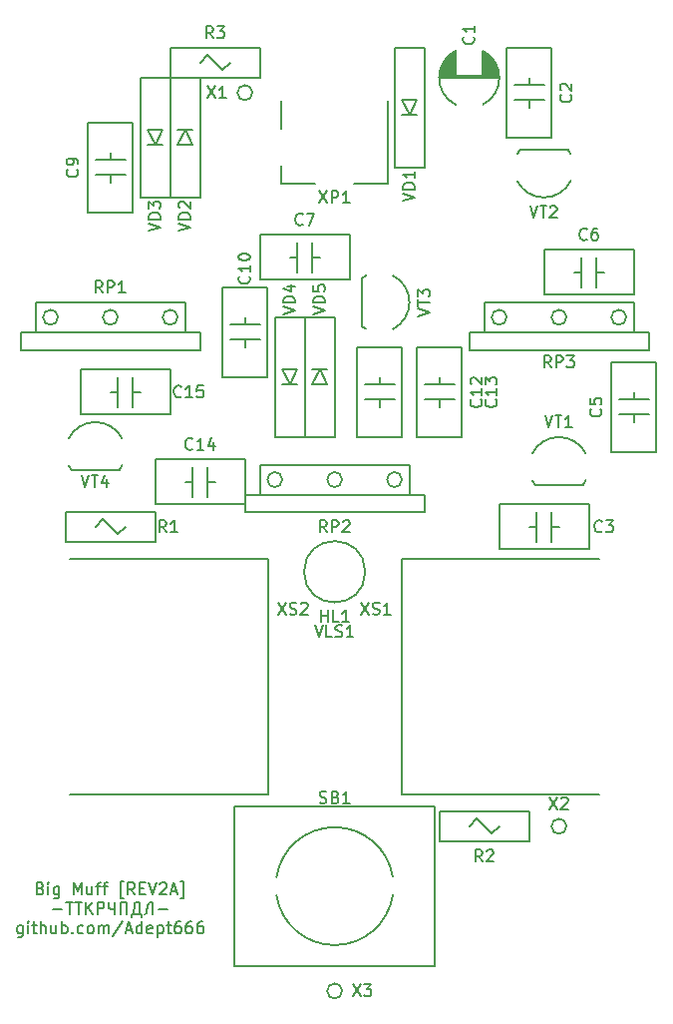
<source format=gbr>
G04 #@! TF.GenerationSoftware,KiCad,Pcbnew,5.1.6-c6e7f7d~87~ubuntu19.10.1*
G04 #@! TF.CreationDate,2022-01-15T23:23:36+06:00*
G04 #@! TF.ProjectId,big_muff_r2a_nyc,6269675f-6d75-4666-965f-7232615f6e79,2A*
G04 #@! TF.SameCoordinates,Original*
G04 #@! TF.FileFunction,Legend,Top*
G04 #@! TF.FilePolarity,Positive*
%FSLAX46Y46*%
G04 Gerber Fmt 4.6, Leading zero omitted, Abs format (unit mm)*
G04 Created by KiCad (PCBNEW 5.1.6-c6e7f7d~87~ubuntu19.10.1) date 2022-01-15 23:23:36*
%MOMM*%
%LPD*%
G01*
G04 APERTURE LIST*
%ADD10C,0.150000*%
%ADD11C,0.200000*%
G04 APERTURE END LIST*
D10*
X80431428Y-167823571D02*
X80574285Y-167871190D01*
X80621904Y-167918809D01*
X80669523Y-168014047D01*
X80669523Y-168156904D01*
X80621904Y-168252142D01*
X80574285Y-168299761D01*
X80479047Y-168347380D01*
X80098095Y-168347380D01*
X80098095Y-167347380D01*
X80431428Y-167347380D01*
X80526666Y-167395000D01*
X80574285Y-167442619D01*
X80621904Y-167537857D01*
X80621904Y-167633095D01*
X80574285Y-167728333D01*
X80526666Y-167775952D01*
X80431428Y-167823571D01*
X80098095Y-167823571D01*
X81098095Y-168347380D02*
X81098095Y-167680714D01*
X81098095Y-167347380D02*
X81050476Y-167395000D01*
X81098095Y-167442619D01*
X81145714Y-167395000D01*
X81098095Y-167347380D01*
X81098095Y-167442619D01*
X82002857Y-167680714D02*
X82002857Y-168490238D01*
X81955238Y-168585476D01*
X81907619Y-168633095D01*
X81812380Y-168680714D01*
X81669523Y-168680714D01*
X81574285Y-168633095D01*
X82002857Y-168299761D02*
X81907619Y-168347380D01*
X81717142Y-168347380D01*
X81621904Y-168299761D01*
X81574285Y-168252142D01*
X81526666Y-168156904D01*
X81526666Y-167871190D01*
X81574285Y-167775952D01*
X81621904Y-167728333D01*
X81717142Y-167680714D01*
X81907619Y-167680714D01*
X82002857Y-167728333D01*
X83240952Y-168347380D02*
X83240952Y-167347380D01*
X83574285Y-168061666D01*
X83907619Y-167347380D01*
X83907619Y-168347380D01*
X84812380Y-167680714D02*
X84812380Y-168347380D01*
X84383809Y-167680714D02*
X84383809Y-168204523D01*
X84431428Y-168299761D01*
X84526666Y-168347380D01*
X84669523Y-168347380D01*
X84764761Y-168299761D01*
X84812380Y-168252142D01*
X85145714Y-167680714D02*
X85526666Y-167680714D01*
X85288571Y-168347380D02*
X85288571Y-167490238D01*
X85336190Y-167395000D01*
X85431428Y-167347380D01*
X85526666Y-167347380D01*
X85717142Y-167680714D02*
X86098095Y-167680714D01*
X85860000Y-168347380D02*
X85860000Y-167490238D01*
X85907619Y-167395000D01*
X86002857Y-167347380D01*
X86098095Y-167347380D01*
X87479047Y-168680714D02*
X87240952Y-168680714D01*
X87240952Y-167252142D01*
X87479047Y-167252142D01*
X88431428Y-168347380D02*
X88098095Y-167871190D01*
X87860000Y-168347380D02*
X87860000Y-167347380D01*
X88240952Y-167347380D01*
X88336190Y-167395000D01*
X88383809Y-167442619D01*
X88431428Y-167537857D01*
X88431428Y-167680714D01*
X88383809Y-167775952D01*
X88336190Y-167823571D01*
X88240952Y-167871190D01*
X87860000Y-167871190D01*
X88860000Y-167823571D02*
X89193333Y-167823571D01*
X89336190Y-168347380D02*
X88860000Y-168347380D01*
X88860000Y-167347380D01*
X89336190Y-167347380D01*
X89621904Y-167347380D02*
X89955238Y-168347380D01*
X90288571Y-167347380D01*
X90574285Y-167442619D02*
X90621904Y-167395000D01*
X90717142Y-167347380D01*
X90955238Y-167347380D01*
X91050476Y-167395000D01*
X91098095Y-167442619D01*
X91145714Y-167537857D01*
X91145714Y-167633095D01*
X91098095Y-167775952D01*
X90526666Y-168347380D01*
X91145714Y-168347380D01*
X91526666Y-168061666D02*
X92002857Y-168061666D01*
X91431428Y-168347380D02*
X91764761Y-167347380D01*
X92098095Y-168347380D01*
X92336190Y-168680714D02*
X92574285Y-168680714D01*
X92574285Y-167252142D01*
X92336190Y-167252142D01*
X81502857Y-169616428D02*
X82264761Y-169616428D01*
X82598095Y-168997380D02*
X83169523Y-168997380D01*
X82883809Y-169997380D02*
X82883809Y-168997380D01*
X83360000Y-168997380D02*
X83931428Y-168997380D01*
X83645714Y-169997380D02*
X83645714Y-168997380D01*
X84264761Y-169997380D02*
X84264761Y-168997380D01*
X84836190Y-169997380D02*
X84407619Y-169425952D01*
X84836190Y-168997380D02*
X84264761Y-169568809D01*
X85264761Y-169997380D02*
X85264761Y-168997380D01*
X85645714Y-168997380D01*
X85740952Y-169045000D01*
X85788571Y-169092619D01*
X85836190Y-169187857D01*
X85836190Y-169330714D01*
X85788571Y-169425952D01*
X85740952Y-169473571D01*
X85645714Y-169521190D01*
X85264761Y-169521190D01*
X86740952Y-168997380D02*
X86740952Y-169997380D01*
X86217142Y-168997380D02*
X86217142Y-169378333D01*
X86264761Y-169473571D01*
X86312380Y-169521190D01*
X86407619Y-169568809D01*
X86740952Y-169568809D01*
X87217142Y-169997380D02*
X87217142Y-168997380D01*
X87788571Y-168997380D01*
X87788571Y-169997380D01*
X89026666Y-170235476D02*
X89026666Y-169997380D01*
X88169523Y-169997380D01*
X88169523Y-170235476D01*
X88836190Y-169997380D02*
X88836190Y-168997380D01*
X88598095Y-168997380D01*
X88502857Y-169045000D01*
X88455238Y-169092619D01*
X88407619Y-169187857D01*
X88312380Y-169997380D01*
X89979047Y-169997380D02*
X89979047Y-168997380D01*
X89836190Y-168997380D01*
X89693333Y-169045000D01*
X89598095Y-169140238D01*
X89550476Y-169283095D01*
X89455238Y-169854523D01*
X89407619Y-169949761D01*
X89312380Y-169997380D01*
X89264761Y-169997380D01*
X90455238Y-169616428D02*
X91217142Y-169616428D01*
X78907619Y-170980714D02*
X78907619Y-171790238D01*
X78860000Y-171885476D01*
X78812380Y-171933095D01*
X78717142Y-171980714D01*
X78574285Y-171980714D01*
X78479047Y-171933095D01*
X78907619Y-171599761D02*
X78812380Y-171647380D01*
X78621904Y-171647380D01*
X78526666Y-171599761D01*
X78479047Y-171552142D01*
X78431428Y-171456904D01*
X78431428Y-171171190D01*
X78479047Y-171075952D01*
X78526666Y-171028333D01*
X78621904Y-170980714D01*
X78812380Y-170980714D01*
X78907619Y-171028333D01*
X79383809Y-171647380D02*
X79383809Y-170980714D01*
X79383809Y-170647380D02*
X79336190Y-170695000D01*
X79383809Y-170742619D01*
X79431428Y-170695000D01*
X79383809Y-170647380D01*
X79383809Y-170742619D01*
X79717142Y-170980714D02*
X80098095Y-170980714D01*
X79860000Y-170647380D02*
X79860000Y-171504523D01*
X79907619Y-171599761D01*
X80002857Y-171647380D01*
X80098095Y-171647380D01*
X80431428Y-171647380D02*
X80431428Y-170647380D01*
X80860000Y-171647380D02*
X80860000Y-171123571D01*
X80812380Y-171028333D01*
X80717142Y-170980714D01*
X80574285Y-170980714D01*
X80479047Y-171028333D01*
X80431428Y-171075952D01*
X81764761Y-170980714D02*
X81764761Y-171647380D01*
X81336190Y-170980714D02*
X81336190Y-171504523D01*
X81383809Y-171599761D01*
X81479047Y-171647380D01*
X81621904Y-171647380D01*
X81717142Y-171599761D01*
X81764761Y-171552142D01*
X82240952Y-171647380D02*
X82240952Y-170647380D01*
X82240952Y-171028333D02*
X82336190Y-170980714D01*
X82526666Y-170980714D01*
X82621904Y-171028333D01*
X82669523Y-171075952D01*
X82717142Y-171171190D01*
X82717142Y-171456904D01*
X82669523Y-171552142D01*
X82621904Y-171599761D01*
X82526666Y-171647380D01*
X82336190Y-171647380D01*
X82240952Y-171599761D01*
X83145714Y-171552142D02*
X83193333Y-171599761D01*
X83145714Y-171647380D01*
X83098095Y-171599761D01*
X83145714Y-171552142D01*
X83145714Y-171647380D01*
X84050476Y-171599761D02*
X83955238Y-171647380D01*
X83764761Y-171647380D01*
X83669523Y-171599761D01*
X83621904Y-171552142D01*
X83574285Y-171456904D01*
X83574285Y-171171190D01*
X83621904Y-171075952D01*
X83669523Y-171028333D01*
X83764761Y-170980714D01*
X83955238Y-170980714D01*
X84050476Y-171028333D01*
X84621904Y-171647380D02*
X84526666Y-171599761D01*
X84479047Y-171552142D01*
X84431428Y-171456904D01*
X84431428Y-171171190D01*
X84479047Y-171075952D01*
X84526666Y-171028333D01*
X84621904Y-170980714D01*
X84764761Y-170980714D01*
X84860000Y-171028333D01*
X84907619Y-171075952D01*
X84955238Y-171171190D01*
X84955238Y-171456904D01*
X84907619Y-171552142D01*
X84860000Y-171599761D01*
X84764761Y-171647380D01*
X84621904Y-171647380D01*
X85383809Y-171647380D02*
X85383809Y-170980714D01*
X85383809Y-171075952D02*
X85431428Y-171028333D01*
X85526666Y-170980714D01*
X85669523Y-170980714D01*
X85764761Y-171028333D01*
X85812380Y-171123571D01*
X85812380Y-171647380D01*
X85812380Y-171123571D02*
X85860000Y-171028333D01*
X85955238Y-170980714D01*
X86098095Y-170980714D01*
X86193333Y-171028333D01*
X86240952Y-171123571D01*
X86240952Y-171647380D01*
X87431428Y-170599761D02*
X86574285Y-171885476D01*
X87717142Y-171361666D02*
X88193333Y-171361666D01*
X87621904Y-171647380D02*
X87955238Y-170647380D01*
X88288571Y-171647380D01*
X89050476Y-171647380D02*
X89050476Y-170647380D01*
X89050476Y-171599761D02*
X88955238Y-171647380D01*
X88764761Y-171647380D01*
X88669523Y-171599761D01*
X88621904Y-171552142D01*
X88574285Y-171456904D01*
X88574285Y-171171190D01*
X88621904Y-171075952D01*
X88669523Y-171028333D01*
X88764761Y-170980714D01*
X88955238Y-170980714D01*
X89050476Y-171028333D01*
X89907619Y-171599761D02*
X89812380Y-171647380D01*
X89621904Y-171647380D01*
X89526666Y-171599761D01*
X89479047Y-171504523D01*
X89479047Y-171123571D01*
X89526666Y-171028333D01*
X89621904Y-170980714D01*
X89812380Y-170980714D01*
X89907619Y-171028333D01*
X89955238Y-171123571D01*
X89955238Y-171218809D01*
X89479047Y-171314047D01*
X90383809Y-170980714D02*
X90383809Y-171980714D01*
X90383809Y-171028333D02*
X90479047Y-170980714D01*
X90669523Y-170980714D01*
X90764761Y-171028333D01*
X90812380Y-171075952D01*
X90860000Y-171171190D01*
X90860000Y-171456904D01*
X90812380Y-171552142D01*
X90764761Y-171599761D01*
X90669523Y-171647380D01*
X90479047Y-171647380D01*
X90383809Y-171599761D01*
X91145714Y-170980714D02*
X91526666Y-170980714D01*
X91288571Y-170647380D02*
X91288571Y-171504523D01*
X91336190Y-171599761D01*
X91431428Y-171647380D01*
X91526666Y-171647380D01*
X92288571Y-170647380D02*
X92098095Y-170647380D01*
X92002857Y-170695000D01*
X91955238Y-170742619D01*
X91860000Y-170885476D01*
X91812380Y-171075952D01*
X91812380Y-171456904D01*
X91860000Y-171552142D01*
X91907619Y-171599761D01*
X92002857Y-171647380D01*
X92193333Y-171647380D01*
X92288571Y-171599761D01*
X92336190Y-171552142D01*
X92383809Y-171456904D01*
X92383809Y-171218809D01*
X92336190Y-171123571D01*
X92288571Y-171075952D01*
X92193333Y-171028333D01*
X92002857Y-171028333D01*
X91907619Y-171075952D01*
X91860000Y-171123571D01*
X91812380Y-171218809D01*
X93240952Y-170647380D02*
X93050476Y-170647380D01*
X92955238Y-170695000D01*
X92907619Y-170742619D01*
X92812380Y-170885476D01*
X92764761Y-171075952D01*
X92764761Y-171456904D01*
X92812380Y-171552142D01*
X92860000Y-171599761D01*
X92955238Y-171647380D01*
X93145714Y-171647380D01*
X93240952Y-171599761D01*
X93288571Y-171552142D01*
X93336190Y-171456904D01*
X93336190Y-171218809D01*
X93288571Y-171123571D01*
X93240952Y-171075952D01*
X93145714Y-171028333D01*
X92955238Y-171028333D01*
X92860000Y-171075952D01*
X92812380Y-171123571D01*
X92764761Y-171218809D01*
X94193333Y-170647380D02*
X94002857Y-170647380D01*
X93907619Y-170695000D01*
X93860000Y-170742619D01*
X93764761Y-170885476D01*
X93717142Y-171075952D01*
X93717142Y-171456904D01*
X93764761Y-171552142D01*
X93812380Y-171599761D01*
X93907619Y-171647380D01*
X94098095Y-171647380D01*
X94193333Y-171599761D01*
X94240952Y-171552142D01*
X94288571Y-171456904D01*
X94288571Y-171218809D01*
X94240952Y-171123571D01*
X94193333Y-171075952D01*
X94098095Y-171028333D01*
X93907619Y-171028333D01*
X93812380Y-171075952D01*
X93764761Y-171123571D01*
X93717142Y-171218809D01*
D11*
X130175000Y-119380000D02*
G75*
G03*
X130175000Y-119380000I-635000J0D01*
G01*
X125095000Y-119380000D02*
G75*
G03*
X125095000Y-119380000I-635000J0D01*
G01*
X120015000Y-119380000D02*
G75*
G03*
X120015000Y-119380000I-635000J0D01*
G01*
X132080000Y-120650000D02*
X132080000Y-122150000D01*
X116840000Y-120650000D02*
X116840000Y-122150000D01*
X130810000Y-118110000D02*
X130810000Y-120650000D01*
X118110000Y-118110000D02*
X118110000Y-120650000D01*
X116840000Y-122150000D02*
X132080000Y-122150000D01*
X116840000Y-120650000D02*
X132080000Y-120650000D01*
X118110000Y-118110000D02*
X130810000Y-118110000D01*
X111125000Y-133150000D02*
G75*
G03*
X111125000Y-133150000I-635000J0D01*
G01*
X106045000Y-133150000D02*
G75*
G03*
X106045000Y-133150000I-635000J0D01*
G01*
X100965000Y-133150000D02*
G75*
G03*
X100965000Y-133150000I-635000J0D01*
G01*
X113030000Y-134420000D02*
X113030000Y-135920000D01*
X97790000Y-134420000D02*
X97790000Y-135920000D01*
X111760000Y-131880000D02*
X111760000Y-134420000D01*
X99060000Y-131880000D02*
X99060000Y-134420000D01*
X97790000Y-135920000D02*
X113030000Y-135920000D01*
X97790000Y-134420000D02*
X113030000Y-134420000D01*
X99060000Y-131880000D02*
X111760000Y-131880000D01*
X92075000Y-119380000D02*
G75*
G03*
X92075000Y-119380000I-635000J0D01*
G01*
X86995000Y-119380000D02*
G75*
G03*
X86995000Y-119380000I-635000J0D01*
G01*
X81915000Y-119380000D02*
G75*
G03*
X81915000Y-119380000I-635000J0D01*
G01*
X93980000Y-120650000D02*
X93980000Y-122150000D01*
X78740000Y-120650000D02*
X78740000Y-122150000D01*
X92710000Y-118110000D02*
X92710000Y-120650000D01*
X80010000Y-118110000D02*
X80010000Y-120650000D01*
X78740000Y-122150000D02*
X93980000Y-122150000D01*
X78740000Y-120650000D02*
X93980000Y-120650000D01*
X80010000Y-118110000D02*
X92710000Y-118110000D01*
X99060000Y-99060000D02*
X91440000Y-99060000D01*
X99060000Y-96520000D02*
X91440000Y-96520000D01*
X99060000Y-99060000D02*
X99060000Y-96520000D01*
X91440000Y-99060000D02*
X91440000Y-96520000D01*
X96520000Y-97790000D02*
X95885000Y-98425000D01*
X95885000Y-98425000D02*
X94615000Y-97155000D01*
X94615000Y-97155000D02*
X93980000Y-97790000D01*
X83058000Y-132334000D02*
X87122000Y-132334000D01*
X82818848Y-129672692D02*
G75*
G02*
X85090000Y-128270000I2271152J-1137308D01*
G01*
X87361152Y-129672692D02*
G75*
G03*
X85090000Y-128270000I-2271152J-1137308D01*
G01*
X87361845Y-131945922D02*
G75*
G02*
X87122000Y-132334000I-2271845J1135922D01*
G01*
X82818251Y-131946115D02*
G75*
G03*
X83058000Y-132334000I2271749J1136115D01*
G01*
X107696000Y-116078000D02*
X107696000Y-120142000D01*
X110357308Y-115838848D02*
G75*
G02*
X111760000Y-118110000I-1137308J-2271152D01*
G01*
X110357308Y-120381152D02*
G75*
G03*
X111760000Y-118110000I-1137308J2271152D01*
G01*
X108084078Y-120381845D02*
G75*
G02*
X107696000Y-120142000I1135922J2271845D01*
G01*
X108083885Y-115838251D02*
G75*
G03*
X107696000Y-116078000I1136115J-2271749D01*
G01*
X125222000Y-105156000D02*
X121158000Y-105156000D01*
X125461152Y-107817308D02*
G75*
G02*
X123190000Y-109220000I-2271152J1137308D01*
G01*
X120918848Y-107817308D02*
G75*
G03*
X123190000Y-109220000I2271152J1137308D01*
G01*
X120918155Y-105544078D02*
G75*
G02*
X121158000Y-105156000I2271845J-1135922D01*
G01*
X125461749Y-105543885D02*
G75*
G03*
X125222000Y-105156000I-2271749J-1136115D01*
G01*
X122428000Y-133604000D02*
X126492000Y-133604000D01*
X122188848Y-130942692D02*
G75*
G02*
X124460000Y-129540000I2271152J-1137308D01*
G01*
X126731152Y-130942692D02*
G75*
G03*
X124460000Y-129540000I-2271152J-1137308D01*
G01*
X126731845Y-133215922D02*
G75*
G02*
X126492000Y-133604000I-2271845J1135922D01*
G01*
X122188251Y-133216115D02*
G75*
G03*
X122428000Y-133604000I2271749J1136115D01*
G01*
X102870000Y-129540000D02*
X102870000Y-119380000D01*
X105410000Y-129540000D02*
X105410000Y-119380000D01*
X102870000Y-129540000D02*
X105410000Y-129540000D01*
X102870000Y-119380000D02*
X105410000Y-119380000D01*
X103505000Y-125095000D02*
X104775000Y-125095000D01*
X103505000Y-125095000D02*
X104140000Y-123825000D01*
X104775000Y-125095000D02*
X104140000Y-123825000D01*
X103505000Y-123825000D02*
X104775000Y-123825000D01*
X102870000Y-119380000D02*
X102870000Y-129540000D01*
X100330000Y-119380000D02*
X100330000Y-129540000D01*
X102870000Y-119380000D02*
X100330000Y-119380000D01*
X102870000Y-129540000D02*
X100330000Y-129540000D01*
X102235000Y-123825000D02*
X100965000Y-123825000D01*
X102235000Y-123825000D02*
X101600000Y-125095000D01*
X100965000Y-123825000D02*
X101600000Y-125095000D01*
X102235000Y-125095000D02*
X100965000Y-125095000D01*
X91440000Y-99060000D02*
X91440000Y-109220000D01*
X88900000Y-99060000D02*
X88900000Y-109220000D01*
X91440000Y-99060000D02*
X88900000Y-99060000D01*
X91440000Y-109220000D02*
X88900000Y-109220000D01*
X90805000Y-103505000D02*
X89535000Y-103505000D01*
X90805000Y-103505000D02*
X90170000Y-104775000D01*
X89535000Y-103505000D02*
X90170000Y-104775000D01*
X90805000Y-104775000D02*
X89535000Y-104775000D01*
X91440000Y-109220000D02*
X91440000Y-99060000D01*
X93980000Y-109220000D02*
X93980000Y-99060000D01*
X91440000Y-109220000D02*
X93980000Y-109220000D01*
X91440000Y-99060000D02*
X93980000Y-99060000D01*
X92075000Y-104775000D02*
X93345000Y-104775000D01*
X92075000Y-104775000D02*
X92710000Y-103505000D01*
X93345000Y-104775000D02*
X92710000Y-103505000D01*
X92075000Y-103505000D02*
X93345000Y-103505000D01*
X83820000Y-123825000D02*
X91440000Y-123825000D01*
X83820000Y-127635000D02*
X91440000Y-127635000D01*
X83820000Y-123825000D02*
X83820000Y-127635000D01*
X91440000Y-123825000D02*
X91440000Y-127635000D01*
X86360000Y-125730000D02*
X86995000Y-125730000D01*
X88265000Y-125730000D02*
X88900000Y-125730000D01*
X86995000Y-124460000D02*
X86995000Y-127000000D01*
X88265000Y-124460000D02*
X88265000Y-127000000D01*
X97790000Y-135255000D02*
X90170000Y-135255000D01*
X97790000Y-131445000D02*
X90170000Y-131445000D01*
X97790000Y-135255000D02*
X97790000Y-131445000D01*
X90170000Y-135255000D02*
X90170000Y-131445000D01*
X95250000Y-133350000D02*
X94615000Y-133350000D01*
X93345000Y-133350000D02*
X92710000Y-133350000D01*
X94615000Y-134620000D02*
X94615000Y-132080000D01*
X93345000Y-134620000D02*
X93345000Y-132080000D01*
X112395000Y-129540000D02*
X112395000Y-121920000D01*
X116205000Y-129540000D02*
X116205000Y-121920000D01*
X112395000Y-129540000D02*
X116205000Y-129540000D01*
X112395000Y-121920000D02*
X116205000Y-121920000D01*
X114300000Y-127000000D02*
X114300000Y-126365000D01*
X114300000Y-125095000D02*
X114300000Y-124460000D01*
X113030000Y-126365000D02*
X115570000Y-126365000D01*
X113030000Y-125095000D02*
X115570000Y-125095000D01*
X111125000Y-121920000D02*
X111125000Y-129540000D01*
X107315000Y-121920000D02*
X107315000Y-129540000D01*
X111125000Y-121920000D02*
X107315000Y-121920000D01*
X111125000Y-129540000D02*
X107315000Y-129540000D01*
X109220000Y-124460000D02*
X109220000Y-125095000D01*
X109220000Y-126365000D02*
X109220000Y-127000000D01*
X110490000Y-125095000D02*
X107950000Y-125095000D01*
X110490000Y-126365000D02*
X107950000Y-126365000D01*
X99695000Y-116840000D02*
X99695000Y-124460000D01*
X95885000Y-116840000D02*
X95885000Y-124460000D01*
X99695000Y-116840000D02*
X95885000Y-116840000D01*
X99695000Y-124460000D02*
X95885000Y-124460000D01*
X97790000Y-119380000D02*
X97790000Y-120015000D01*
X97790000Y-121285000D02*
X97790000Y-121920000D01*
X99060000Y-120015000D02*
X96520000Y-120015000D01*
X99060000Y-121285000D02*
X96520000Y-121285000D01*
X88265000Y-102870000D02*
X88265000Y-110490000D01*
X84455000Y-102870000D02*
X84455000Y-110490000D01*
X88265000Y-102870000D02*
X84455000Y-102870000D01*
X88265000Y-110490000D02*
X84455000Y-110490000D01*
X86360000Y-105410000D02*
X86360000Y-106045000D01*
X86360000Y-107315000D02*
X86360000Y-107950000D01*
X87630000Y-106045000D02*
X85090000Y-106045000D01*
X87630000Y-107315000D02*
X85090000Y-107315000D01*
X106680000Y-116205000D02*
X99060000Y-116205000D01*
X106680000Y-112395000D02*
X99060000Y-112395000D01*
X106680000Y-116205000D02*
X106680000Y-112395000D01*
X99060000Y-116205000D02*
X99060000Y-112395000D01*
X104140000Y-114300000D02*
X103505000Y-114300000D01*
X102235000Y-114300000D02*
X101600000Y-114300000D01*
X103505000Y-115570000D02*
X103505000Y-113030000D01*
X102235000Y-115570000D02*
X102235000Y-113030000D01*
X123190000Y-113665000D02*
X130810000Y-113665000D01*
X123190000Y-117475000D02*
X130810000Y-117475000D01*
X123190000Y-113665000D02*
X123190000Y-117475000D01*
X130810000Y-113665000D02*
X130810000Y-117475000D01*
X125730000Y-115570000D02*
X126365000Y-115570000D01*
X127635000Y-115570000D02*
X128270000Y-115570000D01*
X126365000Y-114300000D02*
X126365000Y-116840000D01*
X127635000Y-114300000D02*
X127635000Y-116840000D01*
X128905000Y-130810000D02*
X128905000Y-123190000D01*
X132715000Y-130810000D02*
X132715000Y-123190000D01*
X128905000Y-130810000D02*
X132715000Y-130810000D01*
X128905000Y-123190000D02*
X132715000Y-123190000D01*
X130810000Y-128270000D02*
X130810000Y-127635000D01*
X130810000Y-126365000D02*
X130810000Y-125730000D01*
X129540000Y-127635000D02*
X132080000Y-127635000D01*
X129540000Y-126365000D02*
X132080000Y-126365000D01*
X119380000Y-135255000D02*
X127000000Y-135255000D01*
X119380000Y-139065000D02*
X127000000Y-139065000D01*
X119380000Y-135255000D02*
X119380000Y-139065000D01*
X127000000Y-135255000D02*
X127000000Y-139065000D01*
X121920000Y-137160000D02*
X122555000Y-137160000D01*
X123825000Y-137160000D02*
X124460000Y-137160000D01*
X122555000Y-135890000D02*
X122555000Y-138430000D01*
X123825000Y-135890000D02*
X123825000Y-138430000D01*
X113030000Y-96520000D02*
X113030000Y-106680000D01*
X110490000Y-96520000D02*
X110490000Y-106680000D01*
X113030000Y-96520000D02*
X110490000Y-96520000D01*
X113030000Y-106680000D02*
X110490000Y-106680000D01*
X112395000Y-100965000D02*
X111125000Y-100965000D01*
X112395000Y-100965000D02*
X111760000Y-102235000D01*
X111125000Y-100965000D02*
X111760000Y-102235000D01*
X112395000Y-102235000D02*
X111125000Y-102235000D01*
G36*
X114300000Y-99060000D02*
G01*
X114427000Y-98298000D01*
X115189000Y-97155000D01*
X115697000Y-96774000D01*
X115697000Y-98933000D01*
X117983000Y-98933000D01*
X117983000Y-96774000D01*
X118491000Y-97155000D01*
X119253000Y-98298000D01*
X119380000Y-99060000D01*
X114300000Y-99060000D01*
G37*
X114300000Y-99060000D02*
X114427000Y-98298000D01*
X115189000Y-97155000D01*
X115697000Y-96774000D01*
X115697000Y-98933000D01*
X117983000Y-98933000D01*
X117983000Y-96774000D01*
X118491000Y-97155000D01*
X119253000Y-98298000D01*
X119380000Y-99060000D01*
X114300000Y-99060000D01*
X117983000Y-96774002D02*
G75*
G02*
X117982999Y-101345999I-1143000J-2285998D01*
G01*
X115697000Y-101345998D02*
G75*
G02*
X115697001Y-96774001I1143000J2285998D01*
G01*
X99740000Y-139860000D02*
X99740000Y-159860000D01*
X99740000Y-139860000D02*
X82940000Y-139860000D01*
X99740000Y-159860000D02*
X82940000Y-159860000D01*
X111080000Y-159860000D02*
X111080000Y-139860000D01*
X111080000Y-159860000D02*
X127880000Y-159860000D01*
X111080000Y-139860000D02*
X127880000Y-139860000D01*
X103759000Y-108080000D02*
X100910000Y-108080000D01*
X100910000Y-108080000D02*
X100910000Y-106553000D01*
X100910000Y-103378000D02*
X100910000Y-100980000D01*
X109910000Y-108080000D02*
X109910000Y-100980000D01*
X109910000Y-108080000D02*
X107061000Y-108080000D01*
X106045000Y-176530000D02*
G75*
G03*
X106045000Y-176530000I-635000J0D01*
G01*
X121920000Y-163830000D02*
X114300000Y-163830000D01*
X121920000Y-161290000D02*
X114300000Y-161290000D01*
X121920000Y-163830000D02*
X121920000Y-161290000D01*
X114300000Y-163830000D02*
X114300000Y-161290000D01*
X119380000Y-162560000D02*
X118745000Y-163195000D01*
X118745000Y-163195000D02*
X117475000Y-161925000D01*
X117475000Y-161925000D02*
X116840000Y-162560000D01*
X120015000Y-104140000D02*
X120015000Y-96520000D01*
X123825000Y-104140000D02*
X123825000Y-96520000D01*
X120015000Y-104140000D02*
X123825000Y-104140000D01*
X120015000Y-96520000D02*
X123825000Y-96520000D01*
X121920000Y-101600000D02*
X121920000Y-100965000D01*
X121920000Y-99695000D02*
X121920000Y-99060000D01*
X120650000Y-100965000D02*
X123190000Y-100965000D01*
X120650000Y-99695000D02*
X123190000Y-99695000D01*
X125095000Y-162560000D02*
G75*
G03*
X125095000Y-162560000I-635000J0D01*
G01*
X108010000Y-140970000D02*
G75*
G03*
X108010000Y-140970000I-2600000J0D01*
G01*
X82550000Y-135890000D02*
X90170000Y-135890000D01*
X82550000Y-138430000D02*
X90170000Y-138430000D01*
X82550000Y-135890000D02*
X82550000Y-138430000D01*
X90170000Y-135890000D02*
X90170000Y-138430000D01*
X85090000Y-137160000D02*
X85725000Y-136525000D01*
X85725000Y-136525000D02*
X86995000Y-137795000D01*
X86995000Y-137795000D02*
X87630000Y-137160000D01*
X98425000Y-100330000D02*
G75*
G03*
X98425000Y-100330000I-635000J0D01*
G01*
X113910000Y-160890000D02*
X113910000Y-174390000D01*
X96910000Y-160890000D02*
X96910000Y-174390000D01*
X96910000Y-174390000D02*
X113910000Y-174390000D01*
X96910000Y-160890000D02*
X113910000Y-160890000D01*
X110352469Y-166883696D02*
G75*
G03*
X105410000Y-162640000I-4942469J-756304D01*
G01*
X100468142Y-168400286D02*
G75*
G03*
X105410000Y-172640000I4941858J760286D01*
G01*
X110352469Y-168396304D02*
G75*
G02*
X105410000Y-172640000I-4942469J756304D01*
G01*
X100468142Y-166879714D02*
G75*
G02*
X105410000Y-162640000I4941858J-760286D01*
G01*
X104243333Y-145232380D02*
X104243333Y-144232380D01*
X104243333Y-144708571D02*
X104814761Y-144708571D01*
X104814761Y-145232380D02*
X104814761Y-144232380D01*
X105767142Y-145232380D02*
X105290952Y-145232380D01*
X105290952Y-144232380D01*
X106624285Y-145232380D02*
X106052857Y-145232380D01*
X106338571Y-145232380D02*
X106338571Y-144232380D01*
X106243333Y-144375238D01*
X106148095Y-144470476D01*
X106052857Y-144518095D01*
X123793333Y-123642380D02*
X123460000Y-123166190D01*
X123221904Y-123642380D02*
X123221904Y-122642380D01*
X123602857Y-122642380D01*
X123698095Y-122690000D01*
X123745714Y-122737619D01*
X123793333Y-122832857D01*
X123793333Y-122975714D01*
X123745714Y-123070952D01*
X123698095Y-123118571D01*
X123602857Y-123166190D01*
X123221904Y-123166190D01*
X124221904Y-123642380D02*
X124221904Y-122642380D01*
X124602857Y-122642380D01*
X124698095Y-122690000D01*
X124745714Y-122737619D01*
X124793333Y-122832857D01*
X124793333Y-122975714D01*
X124745714Y-123070952D01*
X124698095Y-123118571D01*
X124602857Y-123166190D01*
X124221904Y-123166190D01*
X125126666Y-122642380D02*
X125745714Y-122642380D01*
X125412380Y-123023333D01*
X125555238Y-123023333D01*
X125650476Y-123070952D01*
X125698095Y-123118571D01*
X125745714Y-123213809D01*
X125745714Y-123451904D01*
X125698095Y-123547142D01*
X125650476Y-123594761D01*
X125555238Y-123642380D01*
X125269523Y-123642380D01*
X125174285Y-123594761D01*
X125126666Y-123547142D01*
X104743333Y-137612380D02*
X104410000Y-137136190D01*
X104171904Y-137612380D02*
X104171904Y-136612380D01*
X104552857Y-136612380D01*
X104648095Y-136660000D01*
X104695714Y-136707619D01*
X104743333Y-136802857D01*
X104743333Y-136945714D01*
X104695714Y-137040952D01*
X104648095Y-137088571D01*
X104552857Y-137136190D01*
X104171904Y-137136190D01*
X105171904Y-137612380D02*
X105171904Y-136612380D01*
X105552857Y-136612380D01*
X105648095Y-136660000D01*
X105695714Y-136707619D01*
X105743333Y-136802857D01*
X105743333Y-136945714D01*
X105695714Y-137040952D01*
X105648095Y-137088571D01*
X105552857Y-137136190D01*
X105171904Y-137136190D01*
X106124285Y-136707619D02*
X106171904Y-136660000D01*
X106267142Y-136612380D01*
X106505238Y-136612380D01*
X106600476Y-136660000D01*
X106648095Y-136707619D01*
X106695714Y-136802857D01*
X106695714Y-136898095D01*
X106648095Y-137040952D01*
X106076666Y-137612380D01*
X106695714Y-137612380D01*
X85693333Y-117292380D02*
X85360000Y-116816190D01*
X85121904Y-117292380D02*
X85121904Y-116292380D01*
X85502857Y-116292380D01*
X85598095Y-116340000D01*
X85645714Y-116387619D01*
X85693333Y-116482857D01*
X85693333Y-116625714D01*
X85645714Y-116720952D01*
X85598095Y-116768571D01*
X85502857Y-116816190D01*
X85121904Y-116816190D01*
X86121904Y-117292380D02*
X86121904Y-116292380D01*
X86502857Y-116292380D01*
X86598095Y-116340000D01*
X86645714Y-116387619D01*
X86693333Y-116482857D01*
X86693333Y-116625714D01*
X86645714Y-116720952D01*
X86598095Y-116768571D01*
X86502857Y-116816190D01*
X86121904Y-116816190D01*
X87645714Y-117292380D02*
X87074285Y-117292380D01*
X87360000Y-117292380D02*
X87360000Y-116292380D01*
X87264761Y-116435238D01*
X87169523Y-116530476D01*
X87074285Y-116578095D01*
X95083333Y-95702380D02*
X94750000Y-95226190D01*
X94511904Y-95702380D02*
X94511904Y-94702380D01*
X94892857Y-94702380D01*
X94988095Y-94750000D01*
X95035714Y-94797619D01*
X95083333Y-94892857D01*
X95083333Y-95035714D01*
X95035714Y-95130952D01*
X94988095Y-95178571D01*
X94892857Y-95226190D01*
X94511904Y-95226190D01*
X95416666Y-94702380D02*
X96035714Y-94702380D01*
X95702380Y-95083333D01*
X95845238Y-95083333D01*
X95940476Y-95130952D01*
X95988095Y-95178571D01*
X96035714Y-95273809D01*
X96035714Y-95511904D01*
X95988095Y-95607142D01*
X95940476Y-95654761D01*
X95845238Y-95702380D01*
X95559523Y-95702380D01*
X95464285Y-95654761D01*
X95416666Y-95607142D01*
X83899523Y-132802380D02*
X84232857Y-133802380D01*
X84566190Y-132802380D01*
X84756666Y-132802380D02*
X85328095Y-132802380D01*
X85042380Y-133802380D02*
X85042380Y-132802380D01*
X86090000Y-133135714D02*
X86090000Y-133802380D01*
X85851904Y-132754761D02*
X85613809Y-133469047D01*
X86232857Y-133469047D01*
X112482380Y-119300476D02*
X113482380Y-118967142D01*
X112482380Y-118633809D01*
X112482380Y-118443333D02*
X112482380Y-117871904D01*
X113482380Y-118157619D02*
X112482380Y-118157619D01*
X112482380Y-117633809D02*
X112482380Y-117014761D01*
X112863333Y-117348095D01*
X112863333Y-117205238D01*
X112910952Y-117110000D01*
X112958571Y-117062380D01*
X113053809Y-117014761D01*
X113291904Y-117014761D01*
X113387142Y-117062380D01*
X113434761Y-117110000D01*
X113482380Y-117205238D01*
X113482380Y-117490952D01*
X113434761Y-117586190D01*
X113387142Y-117633809D01*
X121999523Y-109942380D02*
X122332857Y-110942380D01*
X122666190Y-109942380D01*
X122856666Y-109942380D02*
X123428095Y-109942380D01*
X123142380Y-110942380D02*
X123142380Y-109942380D01*
X123713809Y-110037619D02*
X123761428Y-109990000D01*
X123856666Y-109942380D01*
X124094761Y-109942380D01*
X124190000Y-109990000D01*
X124237619Y-110037619D01*
X124285238Y-110132857D01*
X124285238Y-110228095D01*
X124237619Y-110370952D01*
X123666190Y-110942380D01*
X124285238Y-110942380D01*
X123269523Y-127722380D02*
X123602857Y-128722380D01*
X123936190Y-127722380D01*
X124126666Y-127722380D02*
X124698095Y-127722380D01*
X124412380Y-128722380D02*
X124412380Y-127722380D01*
X125555238Y-128722380D02*
X124983809Y-128722380D01*
X125269523Y-128722380D02*
X125269523Y-127722380D01*
X125174285Y-127865238D01*
X125079047Y-127960476D01*
X124983809Y-128008095D01*
X103592380Y-119154761D02*
X104592380Y-118821428D01*
X103592380Y-118488095D01*
X104592380Y-118154761D02*
X103592380Y-118154761D01*
X103592380Y-117916666D01*
X103640000Y-117773809D01*
X103735238Y-117678571D01*
X103830476Y-117630952D01*
X104020952Y-117583333D01*
X104163809Y-117583333D01*
X104354285Y-117630952D01*
X104449523Y-117678571D01*
X104544761Y-117773809D01*
X104592380Y-117916666D01*
X104592380Y-118154761D01*
X103592380Y-116678571D02*
X103592380Y-117154761D01*
X104068571Y-117202380D01*
X104020952Y-117154761D01*
X103973333Y-117059523D01*
X103973333Y-116821428D01*
X104020952Y-116726190D01*
X104068571Y-116678571D01*
X104163809Y-116630952D01*
X104401904Y-116630952D01*
X104497142Y-116678571D01*
X104544761Y-116726190D01*
X104592380Y-116821428D01*
X104592380Y-117059523D01*
X104544761Y-117154761D01*
X104497142Y-117202380D01*
X101052380Y-119154761D02*
X102052380Y-118821428D01*
X101052380Y-118488095D01*
X102052380Y-118154761D02*
X101052380Y-118154761D01*
X101052380Y-117916666D01*
X101100000Y-117773809D01*
X101195238Y-117678571D01*
X101290476Y-117630952D01*
X101480952Y-117583333D01*
X101623809Y-117583333D01*
X101814285Y-117630952D01*
X101909523Y-117678571D01*
X102004761Y-117773809D01*
X102052380Y-117916666D01*
X102052380Y-118154761D01*
X101385714Y-116726190D02*
X102052380Y-116726190D01*
X101004761Y-116964285D02*
X101719047Y-117202380D01*
X101719047Y-116583333D01*
X89622380Y-112064285D02*
X90622380Y-111730952D01*
X89622380Y-111397619D01*
X90622380Y-111064285D02*
X89622380Y-111064285D01*
X89622380Y-110826190D01*
X89670000Y-110683333D01*
X89765238Y-110588095D01*
X89860476Y-110540476D01*
X90050952Y-110492857D01*
X90193809Y-110492857D01*
X90384285Y-110540476D01*
X90479523Y-110588095D01*
X90574761Y-110683333D01*
X90622380Y-110826190D01*
X90622380Y-111064285D01*
X89622380Y-110159523D02*
X89622380Y-109540476D01*
X90003333Y-109873809D01*
X90003333Y-109730952D01*
X90050952Y-109635714D01*
X90098571Y-109588095D01*
X90193809Y-109540476D01*
X90431904Y-109540476D01*
X90527142Y-109588095D01*
X90574761Y-109635714D01*
X90622380Y-109730952D01*
X90622380Y-110016666D01*
X90574761Y-110111904D01*
X90527142Y-110159523D01*
X92162380Y-112064285D02*
X93162380Y-111730952D01*
X92162380Y-111397619D01*
X93162380Y-111064285D02*
X92162380Y-111064285D01*
X92162380Y-110826190D01*
X92210000Y-110683333D01*
X92305238Y-110588095D01*
X92400476Y-110540476D01*
X92590952Y-110492857D01*
X92733809Y-110492857D01*
X92924285Y-110540476D01*
X93019523Y-110588095D01*
X93114761Y-110683333D01*
X93162380Y-110826190D01*
X93162380Y-111064285D01*
X92257619Y-110111904D02*
X92210000Y-110064285D01*
X92162380Y-109969047D01*
X92162380Y-109730952D01*
X92210000Y-109635714D01*
X92257619Y-109588095D01*
X92352857Y-109540476D01*
X92448095Y-109540476D01*
X92590952Y-109588095D01*
X93162380Y-110159523D01*
X93162380Y-109540476D01*
X92379523Y-126087142D02*
X92331904Y-126134761D01*
X92189047Y-126182380D01*
X92093809Y-126182380D01*
X91950952Y-126134761D01*
X91855714Y-126039523D01*
X91808095Y-125944285D01*
X91760476Y-125753809D01*
X91760476Y-125610952D01*
X91808095Y-125420476D01*
X91855714Y-125325238D01*
X91950952Y-125230000D01*
X92093809Y-125182380D01*
X92189047Y-125182380D01*
X92331904Y-125230000D01*
X92379523Y-125277619D01*
X93331904Y-126182380D02*
X92760476Y-126182380D01*
X93046190Y-126182380D02*
X93046190Y-125182380D01*
X92950952Y-125325238D01*
X92855714Y-125420476D01*
X92760476Y-125468095D01*
X94236666Y-125182380D02*
X93760476Y-125182380D01*
X93712857Y-125658571D01*
X93760476Y-125610952D01*
X93855714Y-125563333D01*
X94093809Y-125563333D01*
X94189047Y-125610952D01*
X94236666Y-125658571D01*
X94284285Y-125753809D01*
X94284285Y-125991904D01*
X94236666Y-126087142D01*
X94189047Y-126134761D01*
X94093809Y-126182380D01*
X93855714Y-126182380D01*
X93760476Y-126134761D01*
X93712857Y-126087142D01*
X93337142Y-130532142D02*
X93289523Y-130579761D01*
X93146666Y-130627380D01*
X93051428Y-130627380D01*
X92908571Y-130579761D01*
X92813333Y-130484523D01*
X92765714Y-130389285D01*
X92718095Y-130198809D01*
X92718095Y-130055952D01*
X92765714Y-129865476D01*
X92813333Y-129770238D01*
X92908571Y-129675000D01*
X93051428Y-129627380D01*
X93146666Y-129627380D01*
X93289523Y-129675000D01*
X93337142Y-129722619D01*
X94289523Y-130627380D02*
X93718095Y-130627380D01*
X94003809Y-130627380D02*
X94003809Y-129627380D01*
X93908571Y-129770238D01*
X93813333Y-129865476D01*
X93718095Y-129913095D01*
X95146666Y-129960714D02*
X95146666Y-130627380D01*
X94908571Y-129579761D02*
X94670476Y-130294047D01*
X95289523Y-130294047D01*
X119102142Y-126372857D02*
X119149761Y-126420476D01*
X119197380Y-126563333D01*
X119197380Y-126658571D01*
X119149761Y-126801428D01*
X119054523Y-126896666D01*
X118959285Y-126944285D01*
X118768809Y-126991904D01*
X118625952Y-126991904D01*
X118435476Y-126944285D01*
X118340238Y-126896666D01*
X118245000Y-126801428D01*
X118197380Y-126658571D01*
X118197380Y-126563333D01*
X118245000Y-126420476D01*
X118292619Y-126372857D01*
X119197380Y-125420476D02*
X119197380Y-125991904D01*
X119197380Y-125706190D02*
X118197380Y-125706190D01*
X118340238Y-125801428D01*
X118435476Y-125896666D01*
X118483095Y-125991904D01*
X118197380Y-125087142D02*
X118197380Y-124468095D01*
X118578333Y-124801428D01*
X118578333Y-124658571D01*
X118625952Y-124563333D01*
X118673571Y-124515714D01*
X118768809Y-124468095D01*
X119006904Y-124468095D01*
X119102142Y-124515714D01*
X119149761Y-124563333D01*
X119197380Y-124658571D01*
X119197380Y-124944285D01*
X119149761Y-125039523D01*
X119102142Y-125087142D01*
X117832142Y-126372857D02*
X117879761Y-126420476D01*
X117927380Y-126563333D01*
X117927380Y-126658571D01*
X117879761Y-126801428D01*
X117784523Y-126896666D01*
X117689285Y-126944285D01*
X117498809Y-126991904D01*
X117355952Y-126991904D01*
X117165476Y-126944285D01*
X117070238Y-126896666D01*
X116975000Y-126801428D01*
X116927380Y-126658571D01*
X116927380Y-126563333D01*
X116975000Y-126420476D01*
X117022619Y-126372857D01*
X117927380Y-125420476D02*
X117927380Y-125991904D01*
X117927380Y-125706190D02*
X116927380Y-125706190D01*
X117070238Y-125801428D01*
X117165476Y-125896666D01*
X117213095Y-125991904D01*
X117022619Y-125039523D02*
X116975000Y-124991904D01*
X116927380Y-124896666D01*
X116927380Y-124658571D01*
X116975000Y-124563333D01*
X117022619Y-124515714D01*
X117117857Y-124468095D01*
X117213095Y-124468095D01*
X117355952Y-124515714D01*
X117927380Y-125087142D01*
X117927380Y-124468095D01*
X98147142Y-115900476D02*
X98194761Y-115948095D01*
X98242380Y-116090952D01*
X98242380Y-116186190D01*
X98194761Y-116329047D01*
X98099523Y-116424285D01*
X98004285Y-116471904D01*
X97813809Y-116519523D01*
X97670952Y-116519523D01*
X97480476Y-116471904D01*
X97385238Y-116424285D01*
X97290000Y-116329047D01*
X97242380Y-116186190D01*
X97242380Y-116090952D01*
X97290000Y-115948095D01*
X97337619Y-115900476D01*
X98242380Y-114948095D02*
X98242380Y-115519523D01*
X98242380Y-115233809D02*
X97242380Y-115233809D01*
X97385238Y-115329047D01*
X97480476Y-115424285D01*
X97528095Y-115519523D01*
X97242380Y-114329047D02*
X97242380Y-114233809D01*
X97290000Y-114138571D01*
X97337619Y-114090952D01*
X97432857Y-114043333D01*
X97623333Y-113995714D01*
X97861428Y-113995714D01*
X98051904Y-114043333D01*
X98147142Y-114090952D01*
X98194761Y-114138571D01*
X98242380Y-114233809D01*
X98242380Y-114329047D01*
X98194761Y-114424285D01*
X98147142Y-114471904D01*
X98051904Y-114519523D01*
X97861428Y-114567142D01*
X97623333Y-114567142D01*
X97432857Y-114519523D01*
X97337619Y-114471904D01*
X97290000Y-114424285D01*
X97242380Y-114329047D01*
X83542142Y-106846666D02*
X83589761Y-106894285D01*
X83637380Y-107037142D01*
X83637380Y-107132380D01*
X83589761Y-107275238D01*
X83494523Y-107370476D01*
X83399285Y-107418095D01*
X83208809Y-107465714D01*
X83065952Y-107465714D01*
X82875476Y-107418095D01*
X82780238Y-107370476D01*
X82685000Y-107275238D01*
X82637380Y-107132380D01*
X82637380Y-107037142D01*
X82685000Y-106894285D01*
X82732619Y-106846666D01*
X83637380Y-106370476D02*
X83637380Y-106180000D01*
X83589761Y-106084761D01*
X83542142Y-106037142D01*
X83399285Y-105941904D01*
X83208809Y-105894285D01*
X82827857Y-105894285D01*
X82732619Y-105941904D01*
X82685000Y-105989523D01*
X82637380Y-106084761D01*
X82637380Y-106275238D01*
X82685000Y-106370476D01*
X82732619Y-106418095D01*
X82827857Y-106465714D01*
X83065952Y-106465714D01*
X83161190Y-106418095D01*
X83208809Y-106370476D01*
X83256428Y-106275238D01*
X83256428Y-106084761D01*
X83208809Y-105989523D01*
X83161190Y-105941904D01*
X83065952Y-105894285D01*
X102703333Y-111482142D02*
X102655714Y-111529761D01*
X102512857Y-111577380D01*
X102417619Y-111577380D01*
X102274761Y-111529761D01*
X102179523Y-111434523D01*
X102131904Y-111339285D01*
X102084285Y-111148809D01*
X102084285Y-111005952D01*
X102131904Y-110815476D01*
X102179523Y-110720238D01*
X102274761Y-110625000D01*
X102417619Y-110577380D01*
X102512857Y-110577380D01*
X102655714Y-110625000D01*
X102703333Y-110672619D01*
X103036666Y-110577380D02*
X103703333Y-110577380D01*
X103274761Y-111577380D01*
X126833333Y-112752142D02*
X126785714Y-112799761D01*
X126642857Y-112847380D01*
X126547619Y-112847380D01*
X126404761Y-112799761D01*
X126309523Y-112704523D01*
X126261904Y-112609285D01*
X126214285Y-112418809D01*
X126214285Y-112275952D01*
X126261904Y-112085476D01*
X126309523Y-111990238D01*
X126404761Y-111895000D01*
X126547619Y-111847380D01*
X126642857Y-111847380D01*
X126785714Y-111895000D01*
X126833333Y-111942619D01*
X127690476Y-111847380D02*
X127500000Y-111847380D01*
X127404761Y-111895000D01*
X127357142Y-111942619D01*
X127261904Y-112085476D01*
X127214285Y-112275952D01*
X127214285Y-112656904D01*
X127261904Y-112752142D01*
X127309523Y-112799761D01*
X127404761Y-112847380D01*
X127595238Y-112847380D01*
X127690476Y-112799761D01*
X127738095Y-112752142D01*
X127785714Y-112656904D01*
X127785714Y-112418809D01*
X127738095Y-112323571D01*
X127690476Y-112275952D01*
X127595238Y-112228333D01*
X127404761Y-112228333D01*
X127309523Y-112275952D01*
X127261904Y-112323571D01*
X127214285Y-112418809D01*
X127992142Y-127166666D02*
X128039761Y-127214285D01*
X128087380Y-127357142D01*
X128087380Y-127452380D01*
X128039761Y-127595238D01*
X127944523Y-127690476D01*
X127849285Y-127738095D01*
X127658809Y-127785714D01*
X127515952Y-127785714D01*
X127325476Y-127738095D01*
X127230238Y-127690476D01*
X127135000Y-127595238D01*
X127087380Y-127452380D01*
X127087380Y-127357142D01*
X127135000Y-127214285D01*
X127182619Y-127166666D01*
X127087380Y-126261904D02*
X127087380Y-126738095D01*
X127563571Y-126785714D01*
X127515952Y-126738095D01*
X127468333Y-126642857D01*
X127468333Y-126404761D01*
X127515952Y-126309523D01*
X127563571Y-126261904D01*
X127658809Y-126214285D01*
X127896904Y-126214285D01*
X127992142Y-126261904D01*
X128039761Y-126309523D01*
X128087380Y-126404761D01*
X128087380Y-126642857D01*
X128039761Y-126738095D01*
X127992142Y-126785714D01*
X128103333Y-137517142D02*
X128055714Y-137564761D01*
X127912857Y-137612380D01*
X127817619Y-137612380D01*
X127674761Y-137564761D01*
X127579523Y-137469523D01*
X127531904Y-137374285D01*
X127484285Y-137183809D01*
X127484285Y-137040952D01*
X127531904Y-136850476D01*
X127579523Y-136755238D01*
X127674761Y-136660000D01*
X127817619Y-136612380D01*
X127912857Y-136612380D01*
X128055714Y-136660000D01*
X128103333Y-136707619D01*
X128436666Y-136612380D02*
X129055714Y-136612380D01*
X128722380Y-136993333D01*
X128865238Y-136993333D01*
X128960476Y-137040952D01*
X129008095Y-137088571D01*
X129055714Y-137183809D01*
X129055714Y-137421904D01*
X129008095Y-137517142D01*
X128960476Y-137564761D01*
X128865238Y-137612380D01*
X128579523Y-137612380D01*
X128484285Y-137564761D01*
X128436666Y-137517142D01*
X111212380Y-109524285D02*
X112212380Y-109190952D01*
X111212380Y-108857619D01*
X112212380Y-108524285D02*
X111212380Y-108524285D01*
X111212380Y-108286190D01*
X111260000Y-108143333D01*
X111355238Y-108048095D01*
X111450476Y-108000476D01*
X111640952Y-107952857D01*
X111783809Y-107952857D01*
X111974285Y-108000476D01*
X112069523Y-108048095D01*
X112164761Y-108143333D01*
X112212380Y-108286190D01*
X112212380Y-108524285D01*
X112212380Y-107000476D02*
X112212380Y-107571904D01*
X112212380Y-107286190D02*
X111212380Y-107286190D01*
X111355238Y-107381428D01*
X111450476Y-107476666D01*
X111498095Y-107571904D01*
X117197142Y-95580476D02*
X117244761Y-95628095D01*
X117292380Y-95770952D01*
X117292380Y-95866190D01*
X117244761Y-96009047D01*
X117149523Y-96104285D01*
X117054285Y-96151904D01*
X116863809Y-96199523D01*
X116720952Y-96199523D01*
X116530476Y-96151904D01*
X116435238Y-96104285D01*
X116340000Y-96009047D01*
X116292380Y-95866190D01*
X116292380Y-95770952D01*
X116340000Y-95628095D01*
X116387619Y-95580476D01*
X117292380Y-94628095D02*
X117292380Y-95199523D01*
X117292380Y-94913809D02*
X116292380Y-94913809D01*
X116435238Y-95009047D01*
X116530476Y-95104285D01*
X116578095Y-95199523D01*
X100602857Y-143597380D02*
X101269523Y-144597380D01*
X101269523Y-143597380D02*
X100602857Y-144597380D01*
X101602857Y-144549761D02*
X101745714Y-144597380D01*
X101983809Y-144597380D01*
X102079047Y-144549761D01*
X102126666Y-144502142D01*
X102174285Y-144406904D01*
X102174285Y-144311666D01*
X102126666Y-144216428D01*
X102079047Y-144168809D01*
X101983809Y-144121190D01*
X101793333Y-144073571D01*
X101698095Y-144025952D01*
X101650476Y-143978333D01*
X101602857Y-143883095D01*
X101602857Y-143787857D01*
X101650476Y-143692619D01*
X101698095Y-143645000D01*
X101793333Y-143597380D01*
X102031428Y-143597380D01*
X102174285Y-143645000D01*
X102555238Y-143692619D02*
X102602857Y-143645000D01*
X102698095Y-143597380D01*
X102936190Y-143597380D01*
X103031428Y-143645000D01*
X103079047Y-143692619D01*
X103126666Y-143787857D01*
X103126666Y-143883095D01*
X103079047Y-144025952D01*
X102507619Y-144597380D01*
X103126666Y-144597380D01*
X107645714Y-143597380D02*
X108312380Y-144597380D01*
X108312380Y-143597380D02*
X107645714Y-144597380D01*
X108645714Y-144549761D02*
X108788571Y-144597380D01*
X109026666Y-144597380D01*
X109121904Y-144549761D01*
X109169523Y-144502142D01*
X109217142Y-144406904D01*
X109217142Y-144311666D01*
X109169523Y-144216428D01*
X109121904Y-144168809D01*
X109026666Y-144121190D01*
X108836190Y-144073571D01*
X108740952Y-144025952D01*
X108693333Y-143978333D01*
X108645714Y-143883095D01*
X108645714Y-143787857D01*
X108693333Y-143692619D01*
X108740952Y-143645000D01*
X108836190Y-143597380D01*
X109074285Y-143597380D01*
X109217142Y-143645000D01*
X110169523Y-144597380D02*
X109598095Y-144597380D01*
X109883809Y-144597380D02*
X109883809Y-143597380D01*
X109788571Y-143740238D01*
X109693333Y-143835476D01*
X109598095Y-143883095D01*
X104100476Y-108672380D02*
X104767142Y-109672380D01*
X104767142Y-108672380D02*
X104100476Y-109672380D01*
X105148095Y-109672380D02*
X105148095Y-108672380D01*
X105529047Y-108672380D01*
X105624285Y-108720000D01*
X105671904Y-108767619D01*
X105719523Y-108862857D01*
X105719523Y-109005714D01*
X105671904Y-109100952D01*
X105624285Y-109148571D01*
X105529047Y-109196190D01*
X105148095Y-109196190D01*
X106671904Y-109672380D02*
X106100476Y-109672380D01*
X106386190Y-109672380D02*
X106386190Y-108672380D01*
X106290952Y-108815238D01*
X106195714Y-108910476D01*
X106100476Y-108958095D01*
X106952857Y-175982380D02*
X107619523Y-176982380D01*
X107619523Y-175982380D02*
X106952857Y-176982380D01*
X107905238Y-175982380D02*
X108524285Y-175982380D01*
X108190952Y-176363333D01*
X108333809Y-176363333D01*
X108429047Y-176410952D01*
X108476666Y-176458571D01*
X108524285Y-176553809D01*
X108524285Y-176791904D01*
X108476666Y-176887142D01*
X108429047Y-176934761D01*
X108333809Y-176982380D01*
X108048095Y-176982380D01*
X107952857Y-176934761D01*
X107905238Y-176887142D01*
X117943333Y-165552380D02*
X117610000Y-165076190D01*
X117371904Y-165552380D02*
X117371904Y-164552380D01*
X117752857Y-164552380D01*
X117848095Y-164600000D01*
X117895714Y-164647619D01*
X117943333Y-164742857D01*
X117943333Y-164885714D01*
X117895714Y-164980952D01*
X117848095Y-165028571D01*
X117752857Y-165076190D01*
X117371904Y-165076190D01*
X118324285Y-164647619D02*
X118371904Y-164600000D01*
X118467142Y-164552380D01*
X118705238Y-164552380D01*
X118800476Y-164600000D01*
X118848095Y-164647619D01*
X118895714Y-164742857D01*
X118895714Y-164838095D01*
X118848095Y-164980952D01*
X118276666Y-165552380D01*
X118895714Y-165552380D01*
X125452142Y-100496666D02*
X125499761Y-100544285D01*
X125547380Y-100687142D01*
X125547380Y-100782380D01*
X125499761Y-100925238D01*
X125404523Y-101020476D01*
X125309285Y-101068095D01*
X125118809Y-101115714D01*
X124975952Y-101115714D01*
X124785476Y-101068095D01*
X124690238Y-101020476D01*
X124595000Y-100925238D01*
X124547380Y-100782380D01*
X124547380Y-100687142D01*
X124595000Y-100544285D01*
X124642619Y-100496666D01*
X124642619Y-100115714D02*
X124595000Y-100068095D01*
X124547380Y-99972857D01*
X124547380Y-99734761D01*
X124595000Y-99639523D01*
X124642619Y-99591904D01*
X124737857Y-99544285D01*
X124833095Y-99544285D01*
X124975952Y-99591904D01*
X125547380Y-100163333D01*
X125547380Y-99544285D01*
X123650476Y-160107380D02*
X124317142Y-161107380D01*
X124317142Y-160107380D02*
X123650476Y-161107380D01*
X124650476Y-160202619D02*
X124698095Y-160155000D01*
X124793333Y-160107380D01*
X125031428Y-160107380D01*
X125126666Y-160155000D01*
X125174285Y-160202619D01*
X125221904Y-160297857D01*
X125221904Y-160393095D01*
X125174285Y-160535952D01*
X124602857Y-161107380D01*
X125221904Y-161107380D01*
X103719523Y-145502380D02*
X104052857Y-146502380D01*
X104386190Y-145502380D01*
X105195714Y-146502380D02*
X104719523Y-146502380D01*
X104719523Y-145502380D01*
X105481428Y-146454761D02*
X105624285Y-146502380D01*
X105862380Y-146502380D01*
X105957619Y-146454761D01*
X106005238Y-146407142D01*
X106052857Y-146311904D01*
X106052857Y-146216666D01*
X106005238Y-146121428D01*
X105957619Y-146073809D01*
X105862380Y-146026190D01*
X105671904Y-145978571D01*
X105576666Y-145930952D01*
X105529047Y-145883333D01*
X105481428Y-145788095D01*
X105481428Y-145692857D01*
X105529047Y-145597619D01*
X105576666Y-145550000D01*
X105671904Y-145502380D01*
X105910000Y-145502380D01*
X106052857Y-145550000D01*
X107005238Y-146502380D02*
X106433809Y-146502380D01*
X106719523Y-146502380D02*
X106719523Y-145502380D01*
X106624285Y-145645238D01*
X106529047Y-145740476D01*
X106433809Y-145788095D01*
X91109523Y-137612380D02*
X90776190Y-137136190D01*
X90538095Y-137612380D02*
X90538095Y-136612380D01*
X90919047Y-136612380D01*
X91014285Y-136660000D01*
X91061904Y-136707619D01*
X91109523Y-136802857D01*
X91109523Y-136945714D01*
X91061904Y-137040952D01*
X91014285Y-137088571D01*
X90919047Y-137136190D01*
X90538095Y-137136190D01*
X92061904Y-137612380D02*
X91490476Y-137612380D01*
X91776190Y-137612380D02*
X91776190Y-136612380D01*
X91680952Y-136755238D01*
X91585714Y-136850476D01*
X91490476Y-136898095D01*
X94628095Y-99782380D02*
X95294761Y-100782380D01*
X95294761Y-99782380D02*
X94628095Y-100782380D01*
X96199523Y-100782380D02*
X95628095Y-100782380D01*
X95913809Y-100782380D02*
X95913809Y-99782380D01*
X95818571Y-99925238D01*
X95723333Y-100020476D01*
X95628095Y-100068095D01*
X104148095Y-160551761D02*
X104290952Y-160599380D01*
X104529047Y-160599380D01*
X104624285Y-160551761D01*
X104671904Y-160504142D01*
X104719523Y-160408904D01*
X104719523Y-160313666D01*
X104671904Y-160218428D01*
X104624285Y-160170809D01*
X104529047Y-160123190D01*
X104338571Y-160075571D01*
X104243333Y-160027952D01*
X104195714Y-159980333D01*
X104148095Y-159885095D01*
X104148095Y-159789857D01*
X104195714Y-159694619D01*
X104243333Y-159647000D01*
X104338571Y-159599380D01*
X104576666Y-159599380D01*
X104719523Y-159647000D01*
X105481428Y-160075571D02*
X105624285Y-160123190D01*
X105671904Y-160170809D01*
X105719523Y-160266047D01*
X105719523Y-160408904D01*
X105671904Y-160504142D01*
X105624285Y-160551761D01*
X105529047Y-160599380D01*
X105148095Y-160599380D01*
X105148095Y-159599380D01*
X105481428Y-159599380D01*
X105576666Y-159647000D01*
X105624285Y-159694619D01*
X105671904Y-159789857D01*
X105671904Y-159885095D01*
X105624285Y-159980333D01*
X105576666Y-160027952D01*
X105481428Y-160075571D01*
X105148095Y-160075571D01*
X106671904Y-160599380D02*
X106100476Y-160599380D01*
X106386190Y-160599380D02*
X106386190Y-159599380D01*
X106290952Y-159742238D01*
X106195714Y-159837476D01*
X106100476Y-159885095D01*
M02*

</source>
